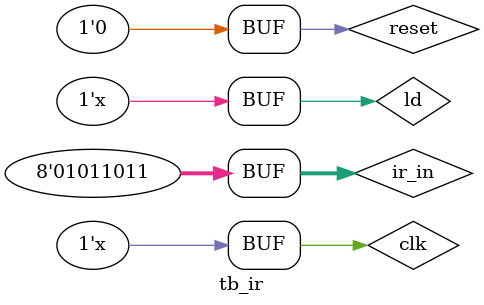
<source format=v>
module tb_ir;
	//Inputs
	reg reset;
	reg clk;
	reg ld;
	reg [7:0] ir_in;
		
	//Outputs
	wire [7:0] ir_out;
	
	//UUT
	ir U1 (
		.reset(reset),
		.clk(clk),
		.ld(ld),
		.ir_in(ir_in),
		.ir_out(ir_out)
	);
	
	
	initial begin 
		//Initialize 
		reset = 1;
		clk = 0;
		ld = 0;
		ir_in = 0 ;
		
		#5 reset = 0;
					
		//Simulation 
		#5 ir_in = 0110_1101;
		#5 ir_in = 1010_0101;
		#5 ir_in = 1001_0101;
		#5 ir_in = 0000_0000;
		#5 ir_in = 0101_0011;
	end  
	
	always begin
		#1 clk = ~clk;
	end
	
	always begin
		#6 ld = ~ld;
	end
	
		
endmodule 

</source>
